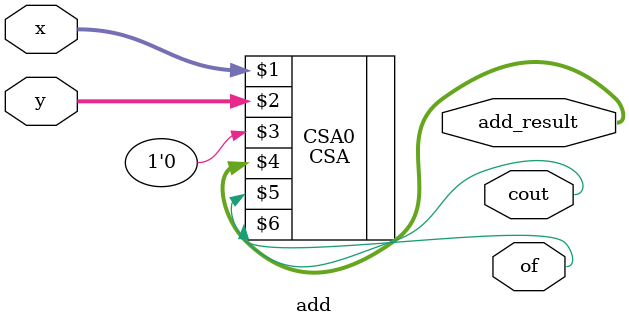
<source format=v>
module add(x, y, add_result, cout, of);
	input [31:0] x, y;
	
	output [31:0] add_result;
	output cout, of;
	
	CSA CSA0(x, y, 1'b0, add_result, cout, of);
	
endmodule

</source>
